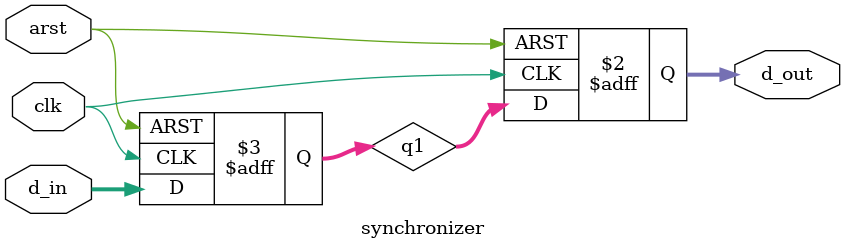
<source format=sv>
`timescale 1ns / 1ps

module synchronizer #(
    parameter WIDTH=3
) (
    input logic clk, arst,
    input logic [WIDTH:0] d_in,
    output logic [WIDTH:0] d_out
);
    logic [WIDTH:0] q1;
    always_ff @ (posedge clk or posedge arst) begin
        if(arst) begin
            q1 <= 0;
            d_out <= 0;
        end
        else begin
            q1 <= d_in;
            d_out <= q1;
        end
    end
endmodule

</source>
